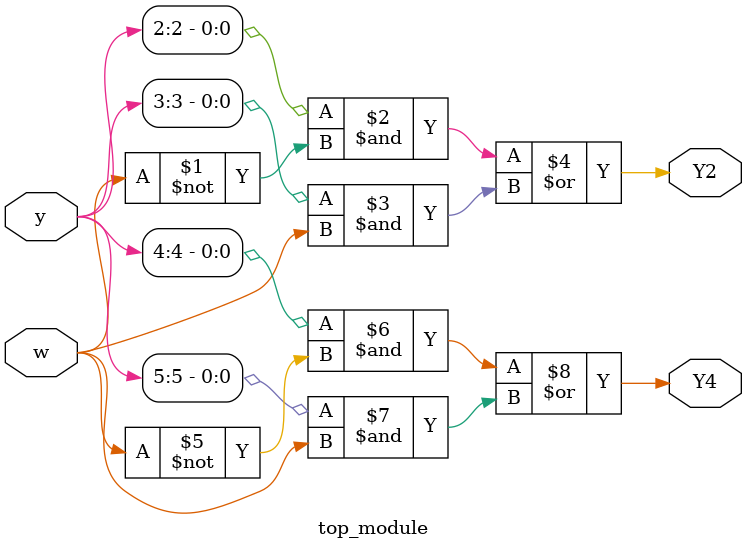
<source format=sv>
module top_module (
    input [6:1] y,
    input w,
    output Y2,
    output Y4
);

assign Y2 = (y[2] & ~w) | (y[3] & w);
assign Y4 = (y[4] & ~w) | (y[5] & w);

endmodule

</source>
